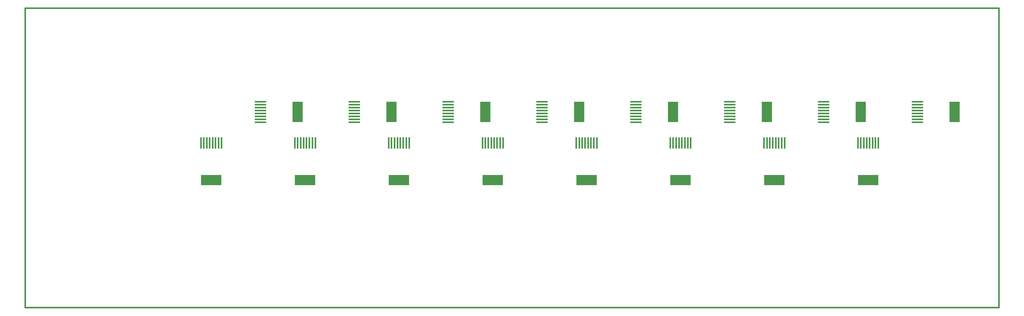
<source format=gbp>
%FSTAX23Y23*%
%MOIN*%
%SFA1B1*%

%IPPOS*%
%ADD12C,0.027559*%
%ADD20R,0.029921X0.196850*%
%ADD21R,0.346456X0.177165*%
%ADD22R,0.196850X0.029921*%
%ADD23R,0.177165X0.346456*%
%LNbackplane-1*%
%LPD*%
G54D12*
X01829Y02079D02*
X18429D01*
Y0719*
X01829D02*
X18429D01*
X01829D02*
Y02079D01*
G54D20*
X16025Y0489D03*
X16074D03*
X16125D03*
X16175D03*
X16224D03*
X16275D03*
X16324D03*
X16374D03*
X14424D03*
X14475D03*
X14524D03*
X14574D03*
X14625D03*
X14674D03*
X14725D03*
X14775D03*
X12825D03*
X12874D03*
X12925D03*
X12975D03*
X13024D03*
X13075D03*
X13125D03*
X13174D03*
X11224D03*
X11275D03*
X11324D03*
X11374D03*
X11425D03*
X11474D03*
X11524D03*
X11575D03*
X09625D03*
X09674D03*
X09724D03*
X09775D03*
X09824D03*
X09874D03*
X09925D03*
X09975D03*
X08025D03*
X08074D03*
X08125D03*
X08175D03*
X08224D03*
X08274D03*
X08325D03*
X08375D03*
X06425D03*
X06474D03*
X06525D03*
X06575D03*
X06624D03*
X06674D03*
X06725D03*
X06775D03*
X04825D03*
X04874D03*
X04925D03*
X04974D03*
X05025D03*
X05074D03*
X05125D03*
X05175D03*
G54D21*
X162Y04258D03*
X146D03*
X13D03*
X114D03*
X098D03*
X082D03*
X066D03*
X05D03*
G54D22*
X1704Y05244D03*
Y05294D03*
Y05344D03*
Y05394D03*
Y05444D03*
Y05494D03*
Y05544D03*
Y05594D03*
X1544Y05244D03*
Y05294D03*
Y05344D03*
Y05394D03*
Y05444D03*
Y05494D03*
Y05544D03*
Y05594D03*
X1384Y05244D03*
Y05294D03*
Y05344D03*
Y05394D03*
Y05444D03*
Y05494D03*
Y05544D03*
Y05594D03*
X1224Y05244D03*
Y05294D03*
Y05344D03*
Y05394D03*
Y05444D03*
Y05494D03*
Y05544D03*
Y05594D03*
X1064Y05244D03*
Y05294D03*
Y05344D03*
Y05394D03*
Y05444D03*
Y05494D03*
Y05544D03*
Y05594D03*
X0904Y05244D03*
Y05294D03*
Y05344D03*
Y05394D03*
Y05444D03*
Y05494D03*
Y05544D03*
Y05594D03*
X0744Y05244D03*
Y05294D03*
Y05344D03*
Y05394D03*
Y05444D03*
Y05494D03*
Y05544D03*
Y05594D03*
X0584Y05244D03*
Y05294D03*
Y05344D03*
Y05394D03*
Y05444D03*
Y05494D03*
Y05544D03*
Y05594D03*
G54D23*
X17672Y0542D03*
X16072D03*
X14472D03*
X12872D03*
X11272D03*
X09672D03*
X08072D03*
X06472D03*
M02*
</source>
